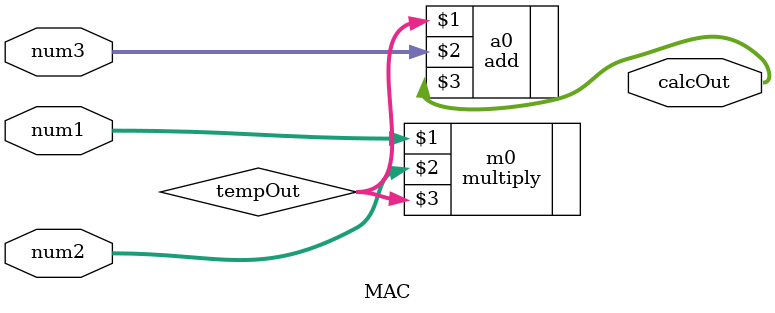
<source format=sv>
module MAC (
	input logic [31:0] num1,
	input logic [31:0] num2,
	input logic [31:0] num3,
	
	output logic [31:0] calcOut
);
	logic [31:0] tempOut;
	multiply m0(num1, num2, tempOut);
	add a0(tempOut, num3, calcOut);
	
endmodule
</source>
